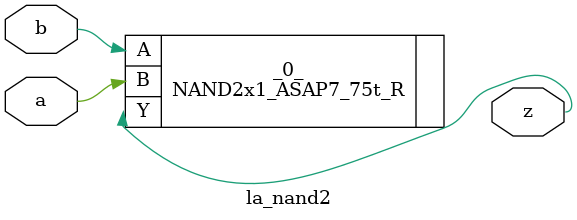
<source format=v>

/* Generated by Yosys 0.40 (git sha1 a1bb0255d, g++ 11.4.0-1ubuntu1~22.04 -fPIC -Os) */

module la_nand2(a, b, z);
  input a;
  wire a;
  input b;
  wire b;
  output z;
  wire z;
  NAND2x1_ASAP7_75t_R _0_ (
    .A(b),
    .B(a),
    .Y(z)
  );
endmodule

</source>
